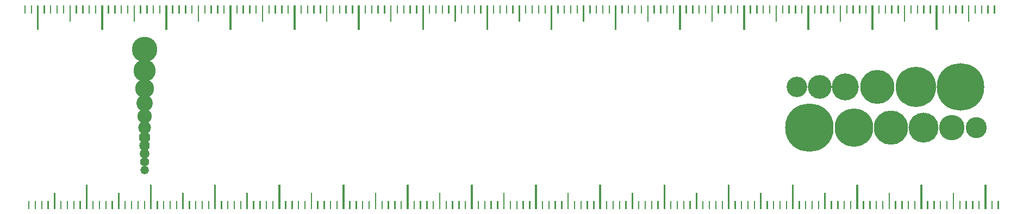
<source format=gbr>
G04 #@! TF.GenerationSoftware,KiCad,Pcbnew,(6.0.0)*
G04 #@! TF.CreationDate,2022-05-01T21:30:31-04:00*
G04 #@! TF.ProjectId,ruler,72756c65-722e-46b6-9963-61645f706362,0.1*
G04 #@! TF.SameCoordinates,Original*
G04 #@! TF.FileFunction,Soldermask,Bot*
G04 #@! TF.FilePolarity,Negative*
%FSLAX46Y46*%
G04 Gerber Fmt 4.6, Leading zero omitted, Abs format (unit mm)*
G04 Created by KiCad (PCBNEW (6.0.0)) date 2022-05-01 21:30:31*
%MOMM*%
%LPD*%
G01*
G04 APERTURE LIST*
%ADD10C,7.400000*%
%ADD11C,5.300000*%
%ADD12C,4.200000*%
%ADD13C,3.200000*%
%ADD14C,3.700000*%
%ADD15C,6.300000*%
%ADD16C,7.543800*%
%ADD17C,5.994400*%
%ADD18C,4.673600*%
%ADD19C,3.276600*%
%ADD20C,3.962400*%
%ADD21C,5.334000*%
%ADD22C,2.946400*%
%ADD23C,1.397000*%
%ADD24C,3.454400*%
%ADD25C,1.625600*%
%ADD26C,1.320800*%
%ADD27C,1.498600*%
%ADD28C,2.235200*%
%ADD29C,1.981200*%
%ADD30C,1.778000*%
%ADD31C,2.540000*%
G04 APERTURE END LIST*
G36*
X86352400Y-107950000D02*
G01*
X86047600Y-107950000D01*
X86047600Y-104140000D01*
X86352400Y-104140000D01*
X86352400Y-107950000D01*
G37*
G36*
X96352400Y-107950000D02*
G01*
X96047600Y-107950000D01*
X96047600Y-104140000D01*
X96352400Y-104140000D01*
X96352400Y-107950000D01*
G37*
G36*
X95301600Y-107950000D02*
G01*
X95098400Y-107950000D01*
X95098400Y-106680000D01*
X95301600Y-106680000D01*
X95301600Y-107950000D01*
G37*
G36*
X94301600Y-107950000D02*
G01*
X94098400Y-107950000D01*
X94098400Y-106680000D01*
X94301600Y-106680000D01*
X94301600Y-107950000D01*
G37*
G36*
X89301600Y-107950000D02*
G01*
X89098400Y-107950000D01*
X89098400Y-106680000D01*
X89301600Y-106680000D01*
X89301600Y-107950000D01*
G37*
G36*
X90301600Y-107950000D02*
G01*
X90098400Y-107950000D01*
X90098400Y-106680000D01*
X90301600Y-106680000D01*
X90301600Y-107950000D01*
G37*
G36*
X87301600Y-107950000D02*
G01*
X87098400Y-107950000D01*
X87098400Y-106680000D01*
X87301600Y-106680000D01*
X87301600Y-107950000D01*
G37*
G36*
X91301600Y-107950000D02*
G01*
X91098400Y-107950000D01*
X91098400Y-105410000D01*
X91301600Y-105410000D01*
X91301600Y-107950000D01*
G37*
G36*
X88301600Y-107950000D02*
G01*
X88098400Y-107950000D01*
X88098400Y-106680000D01*
X88301600Y-106680000D01*
X88301600Y-107950000D01*
G37*
G36*
X92301600Y-107950000D02*
G01*
X92098400Y-107950000D01*
X92098400Y-106680000D01*
X92301600Y-106680000D01*
X92301600Y-107950000D01*
G37*
G36*
X93301600Y-107950000D02*
G01*
X93098400Y-107950000D01*
X93098400Y-106680000D01*
X93301600Y-106680000D01*
X93301600Y-107950000D01*
G37*
G36*
X79301600Y-107950000D02*
G01*
X79098400Y-107950000D01*
X79098400Y-106680000D01*
X79301600Y-106680000D01*
X79301600Y-107950000D01*
G37*
G36*
X85301600Y-107950000D02*
G01*
X85098400Y-107950000D01*
X85098400Y-106680000D01*
X85301600Y-106680000D01*
X85301600Y-107950000D01*
G37*
G36*
X83301600Y-107950000D02*
G01*
X83098400Y-107950000D01*
X83098400Y-106680000D01*
X83301600Y-106680000D01*
X83301600Y-107950000D01*
G37*
G36*
X78301600Y-107950000D02*
G01*
X78098400Y-107950000D01*
X78098400Y-106680000D01*
X78301600Y-106680000D01*
X78301600Y-107950000D01*
G37*
G36*
X81301600Y-107950000D02*
G01*
X81098400Y-107950000D01*
X81098400Y-105410000D01*
X81301600Y-105410000D01*
X81301600Y-107950000D01*
G37*
G36*
X82301600Y-107950000D02*
G01*
X82098400Y-107950000D01*
X82098400Y-106680000D01*
X82301600Y-106680000D01*
X82301600Y-107950000D01*
G37*
G36*
X77301600Y-107950000D02*
G01*
X77098400Y-107950000D01*
X77098400Y-106680000D01*
X77301600Y-106680000D01*
X77301600Y-107950000D01*
G37*
G36*
X80301600Y-107950000D02*
G01*
X80098400Y-107950000D01*
X80098400Y-106680000D01*
X80301600Y-106680000D01*
X80301600Y-107950000D01*
G37*
G36*
X84301600Y-107950000D02*
G01*
X84098400Y-107950000D01*
X84098400Y-106680000D01*
X84301600Y-106680000D01*
X84301600Y-107950000D01*
G37*
G36*
X208752400Y-80010000D02*
G01*
X208447600Y-80010000D01*
X208447600Y-76200000D01*
X208752400Y-76200000D01*
X208752400Y-80010000D01*
G37*
G36*
X210701600Y-77470000D02*
G01*
X210498400Y-77470000D01*
X210498400Y-76200000D01*
X210701600Y-76200000D01*
X210701600Y-77470000D01*
G37*
G36*
X212701600Y-77470000D02*
G01*
X212498400Y-77470000D01*
X212498400Y-76200000D01*
X212701600Y-76200000D01*
X212701600Y-77470000D01*
G37*
G36*
X215701600Y-77470000D02*
G01*
X215498400Y-77470000D01*
X215498400Y-76200000D01*
X215701600Y-76200000D01*
X215701600Y-77470000D01*
G37*
G36*
X216701600Y-77470000D02*
G01*
X216498400Y-77470000D01*
X216498400Y-76200000D01*
X216701600Y-76200000D01*
X216701600Y-77470000D01*
G37*
G36*
X218752400Y-80010000D02*
G01*
X218447600Y-80010000D01*
X218447600Y-76200000D01*
X218752400Y-76200000D01*
X218752400Y-80010000D01*
G37*
G36*
X209701600Y-77470000D02*
G01*
X209498400Y-77470000D01*
X209498400Y-76200000D01*
X209701600Y-76200000D01*
X209701600Y-77470000D01*
G37*
G36*
X214701600Y-77470000D02*
G01*
X214498400Y-77470000D01*
X214498400Y-76200000D01*
X214701600Y-76200000D01*
X214701600Y-77470000D01*
G37*
G36*
X213701600Y-78740000D02*
G01*
X213498400Y-78740000D01*
X213498400Y-76200000D01*
X213701600Y-76200000D01*
X213701600Y-78740000D01*
G37*
G36*
X217701600Y-77470000D02*
G01*
X217498400Y-77470000D01*
X217498400Y-76200000D01*
X217701600Y-76200000D01*
X217701600Y-77470000D01*
G37*
G36*
X211701600Y-77470000D02*
G01*
X211498400Y-77470000D01*
X211498400Y-76200000D01*
X211701600Y-76200000D01*
X211701600Y-77470000D01*
G37*
G36*
X227701600Y-77470000D02*
G01*
X227498400Y-77470000D01*
X227498400Y-76200000D01*
X227701600Y-76200000D01*
X227701600Y-77470000D01*
G37*
G36*
X224701600Y-77470000D02*
G01*
X224498400Y-77470000D01*
X224498400Y-76200000D01*
X224701600Y-76200000D01*
X224701600Y-77470000D01*
G37*
G36*
X226701600Y-77470000D02*
G01*
X226498400Y-77470000D01*
X226498400Y-76200000D01*
X226701600Y-76200000D01*
X226701600Y-77470000D01*
G37*
G36*
X220701600Y-77470000D02*
G01*
X220498400Y-77470000D01*
X220498400Y-76200000D01*
X220701600Y-76200000D01*
X220701600Y-77470000D01*
G37*
G36*
X219701600Y-77470000D02*
G01*
X219498400Y-77470000D01*
X219498400Y-76200000D01*
X219701600Y-76200000D01*
X219701600Y-77470000D01*
G37*
G36*
X221701600Y-77470000D02*
G01*
X221498400Y-77470000D01*
X221498400Y-76200000D01*
X221701600Y-76200000D01*
X221701600Y-77470000D01*
G37*
G36*
X223701600Y-78740000D02*
G01*
X223498400Y-78740000D01*
X223498400Y-76200000D01*
X223701600Y-76200000D01*
X223701600Y-78740000D01*
G37*
G36*
X225701600Y-77470000D02*
G01*
X225498400Y-77470000D01*
X225498400Y-76200000D01*
X225701600Y-76200000D01*
X225701600Y-77470000D01*
G37*
G36*
X222701600Y-77470000D02*
G01*
X222498400Y-77470000D01*
X222498400Y-76200000D01*
X222701600Y-76200000D01*
X222701600Y-77470000D01*
G37*
G36*
X79701600Y-77470000D02*
G01*
X79498400Y-77470000D01*
X79498400Y-76200000D01*
X79701600Y-76200000D01*
X79701600Y-77470000D01*
G37*
G36*
X80701600Y-77470000D02*
G01*
X80498400Y-77470000D01*
X80498400Y-76200000D01*
X80701600Y-76200000D01*
X80701600Y-77470000D01*
G37*
G36*
X83701600Y-78740000D02*
G01*
X83498400Y-78740000D01*
X83498400Y-76200000D01*
X83701600Y-76200000D01*
X83701600Y-78740000D01*
G37*
G36*
X81701600Y-77470000D02*
G01*
X81498400Y-77470000D01*
X81498400Y-76200000D01*
X81701600Y-76200000D01*
X81701600Y-77470000D01*
G37*
G36*
X88752400Y-80010000D02*
G01*
X88447600Y-80010000D01*
X88447600Y-76200000D01*
X88752400Y-76200000D01*
X88752400Y-80010000D01*
G37*
G36*
X84701600Y-77470000D02*
G01*
X84498400Y-77470000D01*
X84498400Y-76200000D01*
X84701600Y-76200000D01*
X84701600Y-77470000D01*
G37*
G36*
X82701600Y-77470000D02*
G01*
X82498400Y-77470000D01*
X82498400Y-76200000D01*
X82701600Y-76200000D01*
X82701600Y-77470000D01*
G37*
G36*
X85701600Y-77470000D02*
G01*
X85498400Y-77470000D01*
X85498400Y-76200000D01*
X85701600Y-76200000D01*
X85701600Y-77470000D01*
G37*
G36*
X78752400Y-80010000D02*
G01*
X78447600Y-80010000D01*
X78447600Y-76200000D01*
X78752400Y-76200000D01*
X78752400Y-80010000D01*
G37*
G36*
X86701600Y-77470000D02*
G01*
X86498400Y-77470000D01*
X86498400Y-76200000D01*
X86701600Y-76200000D01*
X86701600Y-77470000D01*
G37*
G36*
X87701600Y-77470000D02*
G01*
X87498400Y-77470000D01*
X87498400Y-76200000D01*
X87701600Y-76200000D01*
X87701600Y-77470000D01*
G37*
G36*
X226352400Y-107950000D02*
G01*
X226047600Y-107950000D01*
X226047600Y-104140000D01*
X226352400Y-104140000D01*
X226352400Y-107950000D01*
G37*
G36*
X219301600Y-107950000D02*
G01*
X219098400Y-107950000D01*
X219098400Y-106680000D01*
X219301600Y-106680000D01*
X219301600Y-107950000D01*
G37*
G36*
X220301600Y-107950000D02*
G01*
X220098400Y-107950000D01*
X220098400Y-106680000D01*
X220301600Y-106680000D01*
X220301600Y-107950000D01*
G37*
G36*
X223301600Y-107950000D02*
G01*
X223098400Y-107950000D01*
X223098400Y-106680000D01*
X223301600Y-106680000D01*
X223301600Y-107950000D01*
G37*
G36*
X218301600Y-107950000D02*
G01*
X218098400Y-107950000D01*
X218098400Y-106680000D01*
X218301600Y-106680000D01*
X218301600Y-107950000D01*
G37*
G36*
X221301600Y-107950000D02*
G01*
X221098400Y-107950000D01*
X221098400Y-105410000D01*
X221301600Y-105410000D01*
X221301600Y-107950000D01*
G37*
G36*
X224301600Y-107950000D02*
G01*
X224098400Y-107950000D01*
X224098400Y-106680000D01*
X224301600Y-106680000D01*
X224301600Y-107950000D01*
G37*
G36*
X222301600Y-107950000D02*
G01*
X222098400Y-107950000D01*
X222098400Y-106680000D01*
X222301600Y-106680000D01*
X222301600Y-107950000D01*
G37*
G36*
X217301600Y-107950000D02*
G01*
X217098400Y-107950000D01*
X217098400Y-106680000D01*
X217301600Y-106680000D01*
X217301600Y-107950000D01*
G37*
G36*
X225301600Y-107950000D02*
G01*
X225098400Y-107950000D01*
X225098400Y-106680000D01*
X225301600Y-106680000D01*
X225301600Y-107950000D01*
G37*
G36*
X216352400Y-107950000D02*
G01*
X216047600Y-107950000D01*
X216047600Y-104140000D01*
X216352400Y-104140000D01*
X216352400Y-107950000D01*
G37*
G36*
X227301600Y-107950000D02*
G01*
X227098400Y-107950000D01*
X227098400Y-106680000D01*
X227301600Y-106680000D01*
X227301600Y-107950000D01*
G37*
G36*
X228301600Y-107950000D02*
G01*
X228098400Y-107950000D01*
X228098400Y-106680000D01*
X228301600Y-106680000D01*
X228301600Y-107950000D01*
G37*
G36*
X76701600Y-77470000D02*
G01*
X76498400Y-77470000D01*
X76498400Y-76200000D01*
X76701600Y-76200000D01*
X76701600Y-77470000D01*
G37*
G36*
X77701600Y-77470000D02*
G01*
X77498400Y-77470000D01*
X77498400Y-76200000D01*
X77701600Y-76200000D01*
X77701600Y-77470000D01*
G37*
G36*
X195701600Y-77470000D02*
G01*
X195498400Y-77470000D01*
X195498400Y-76200000D01*
X195701600Y-76200000D01*
X195701600Y-77470000D01*
G37*
G36*
X198752400Y-80010000D02*
G01*
X198447600Y-80010000D01*
X198447600Y-76200000D01*
X198752400Y-76200000D01*
X198752400Y-80010000D01*
G37*
G36*
X196701600Y-77470000D02*
G01*
X196498400Y-77470000D01*
X196498400Y-76200000D01*
X196701600Y-76200000D01*
X196701600Y-77470000D01*
G37*
G36*
X194701600Y-77470000D02*
G01*
X194498400Y-77470000D01*
X194498400Y-76200000D01*
X194701600Y-76200000D01*
X194701600Y-77470000D01*
G37*
G36*
X190701600Y-77470000D02*
G01*
X190498400Y-77470000D01*
X190498400Y-76200000D01*
X190701600Y-76200000D01*
X190701600Y-77470000D01*
G37*
G36*
X197701600Y-77470000D02*
G01*
X197498400Y-77470000D01*
X197498400Y-76200000D01*
X197701600Y-76200000D01*
X197701600Y-77470000D01*
G37*
G36*
X192701600Y-77470000D02*
G01*
X192498400Y-77470000D01*
X192498400Y-76200000D01*
X192701600Y-76200000D01*
X192701600Y-77470000D01*
G37*
G36*
X188752400Y-80010000D02*
G01*
X188447600Y-80010000D01*
X188447600Y-76200000D01*
X188752400Y-76200000D01*
X188752400Y-80010000D01*
G37*
G36*
X193701600Y-78740000D02*
G01*
X193498400Y-78740000D01*
X193498400Y-76200000D01*
X193701600Y-76200000D01*
X193701600Y-78740000D01*
G37*
G36*
X191701600Y-77470000D02*
G01*
X191498400Y-77470000D01*
X191498400Y-76200000D01*
X191701600Y-76200000D01*
X191701600Y-77470000D01*
G37*
G36*
X189701600Y-77470000D02*
G01*
X189498400Y-77470000D01*
X189498400Y-76200000D01*
X189701600Y-76200000D01*
X189701600Y-77470000D01*
G37*
G36*
X167701600Y-77470000D02*
G01*
X167498400Y-77470000D01*
X167498400Y-76200000D01*
X167701600Y-76200000D01*
X167701600Y-77470000D01*
G37*
G36*
X162701600Y-77470000D02*
G01*
X162498400Y-77470000D01*
X162498400Y-76200000D01*
X162701600Y-76200000D01*
X162701600Y-77470000D01*
G37*
G36*
X165701600Y-77470000D02*
G01*
X165498400Y-77470000D01*
X165498400Y-76200000D01*
X165701600Y-76200000D01*
X165701600Y-77470000D01*
G37*
G36*
X158752400Y-80010000D02*
G01*
X158447600Y-80010000D01*
X158447600Y-76200000D01*
X158752400Y-76200000D01*
X158752400Y-80010000D01*
G37*
G36*
X161701600Y-77470000D02*
G01*
X161498400Y-77470000D01*
X161498400Y-76200000D01*
X161701600Y-76200000D01*
X161701600Y-77470000D01*
G37*
G36*
X168752400Y-80010000D02*
G01*
X168447600Y-80010000D01*
X168447600Y-76200000D01*
X168752400Y-76200000D01*
X168752400Y-80010000D01*
G37*
G36*
X160701600Y-77470000D02*
G01*
X160498400Y-77470000D01*
X160498400Y-76200000D01*
X160701600Y-76200000D01*
X160701600Y-77470000D01*
G37*
G36*
X159701600Y-77470000D02*
G01*
X159498400Y-77470000D01*
X159498400Y-76200000D01*
X159701600Y-76200000D01*
X159701600Y-77470000D01*
G37*
G36*
X164701600Y-77470000D02*
G01*
X164498400Y-77470000D01*
X164498400Y-76200000D01*
X164701600Y-76200000D01*
X164701600Y-77470000D01*
G37*
G36*
X166701600Y-77470000D02*
G01*
X166498400Y-77470000D01*
X166498400Y-76200000D01*
X166701600Y-76200000D01*
X166701600Y-77470000D01*
G37*
G36*
X163701600Y-78740000D02*
G01*
X163498400Y-78740000D01*
X163498400Y-76200000D01*
X163701600Y-76200000D01*
X163701600Y-78740000D01*
G37*
G36*
X129701600Y-77470000D02*
G01*
X129498400Y-77470000D01*
X129498400Y-76200000D01*
X129701600Y-76200000D01*
X129701600Y-77470000D01*
G37*
G36*
X133701600Y-78740000D02*
G01*
X133498400Y-78740000D01*
X133498400Y-76200000D01*
X133701600Y-76200000D01*
X133701600Y-78740000D01*
G37*
G36*
X136701600Y-77470000D02*
G01*
X136498400Y-77470000D01*
X136498400Y-76200000D01*
X136701600Y-76200000D01*
X136701600Y-77470000D01*
G37*
G36*
X131701600Y-77470000D02*
G01*
X131498400Y-77470000D01*
X131498400Y-76200000D01*
X131701600Y-76200000D01*
X131701600Y-77470000D01*
G37*
G36*
X128752400Y-80010000D02*
G01*
X128447600Y-80010000D01*
X128447600Y-76200000D01*
X128752400Y-76200000D01*
X128752400Y-80010000D01*
G37*
G36*
X135701600Y-77470000D02*
G01*
X135498400Y-77470000D01*
X135498400Y-76200000D01*
X135701600Y-76200000D01*
X135701600Y-77470000D01*
G37*
G36*
X132701600Y-77470000D02*
G01*
X132498400Y-77470000D01*
X132498400Y-76200000D01*
X132701600Y-76200000D01*
X132701600Y-77470000D01*
G37*
G36*
X134701600Y-77470000D02*
G01*
X134498400Y-77470000D01*
X134498400Y-76200000D01*
X134701600Y-76200000D01*
X134701600Y-77470000D01*
G37*
G36*
X130701600Y-77470000D02*
G01*
X130498400Y-77470000D01*
X130498400Y-76200000D01*
X130701600Y-76200000D01*
X130701600Y-77470000D01*
G37*
G36*
X138752400Y-80010000D02*
G01*
X138447600Y-80010000D01*
X138447600Y-76200000D01*
X138752400Y-76200000D01*
X138752400Y-80010000D01*
G37*
G36*
X137701600Y-77470000D02*
G01*
X137498400Y-77470000D01*
X137498400Y-76200000D01*
X137701600Y-76200000D01*
X137701600Y-77470000D01*
G37*
G36*
X154701600Y-77470000D02*
G01*
X154498400Y-77470000D01*
X154498400Y-76200000D01*
X154701600Y-76200000D01*
X154701600Y-77470000D01*
G37*
G36*
X150701600Y-77470000D02*
G01*
X150498400Y-77470000D01*
X150498400Y-76200000D01*
X150701600Y-76200000D01*
X150701600Y-77470000D01*
G37*
G36*
X157701600Y-77470000D02*
G01*
X157498400Y-77470000D01*
X157498400Y-76200000D01*
X157701600Y-76200000D01*
X157701600Y-77470000D01*
G37*
G36*
X152701600Y-77470000D02*
G01*
X152498400Y-77470000D01*
X152498400Y-76200000D01*
X152701600Y-76200000D01*
X152701600Y-77470000D01*
G37*
G36*
X155701600Y-77470000D02*
G01*
X155498400Y-77470000D01*
X155498400Y-76200000D01*
X155701600Y-76200000D01*
X155701600Y-77470000D01*
G37*
G36*
X156701600Y-77470000D02*
G01*
X156498400Y-77470000D01*
X156498400Y-76200000D01*
X156701600Y-76200000D01*
X156701600Y-77470000D01*
G37*
G36*
X149701600Y-77470000D02*
G01*
X149498400Y-77470000D01*
X149498400Y-76200000D01*
X149701600Y-76200000D01*
X149701600Y-77470000D01*
G37*
G36*
X158752400Y-80010000D02*
G01*
X158447600Y-80010000D01*
X158447600Y-76200000D01*
X158752400Y-76200000D01*
X158752400Y-80010000D01*
G37*
G36*
X148752400Y-80010000D02*
G01*
X148447600Y-80010000D01*
X148447600Y-76200000D01*
X148752400Y-76200000D01*
X148752400Y-80010000D01*
G37*
G36*
X153701600Y-78740000D02*
G01*
X153498400Y-78740000D01*
X153498400Y-76200000D01*
X153701600Y-76200000D01*
X153701600Y-78740000D01*
G37*
G36*
X151701600Y-77470000D02*
G01*
X151498400Y-77470000D01*
X151498400Y-76200000D01*
X151701600Y-76200000D01*
X151701600Y-77470000D01*
G37*
G36*
X182301600Y-107950000D02*
G01*
X182098400Y-107950000D01*
X182098400Y-106680000D01*
X182301600Y-106680000D01*
X182301600Y-107950000D01*
G37*
G36*
X185301600Y-107950000D02*
G01*
X185098400Y-107950000D01*
X185098400Y-106680000D01*
X185301600Y-106680000D01*
X185301600Y-107950000D01*
G37*
G36*
X183301600Y-107950000D02*
G01*
X183098400Y-107950000D01*
X183098400Y-106680000D01*
X183301600Y-106680000D01*
X183301600Y-107950000D01*
G37*
G36*
X186352400Y-107950000D02*
G01*
X186047600Y-107950000D01*
X186047600Y-104140000D01*
X186352400Y-104140000D01*
X186352400Y-107950000D01*
G37*
G36*
X177301600Y-107950000D02*
G01*
X177098400Y-107950000D01*
X177098400Y-106680000D01*
X177301600Y-106680000D01*
X177301600Y-107950000D01*
G37*
G36*
X179301600Y-107950000D02*
G01*
X179098400Y-107950000D01*
X179098400Y-106680000D01*
X179301600Y-106680000D01*
X179301600Y-107950000D01*
G37*
G36*
X181301600Y-107950000D02*
G01*
X181098400Y-107950000D01*
X181098400Y-105410000D01*
X181301600Y-105410000D01*
X181301600Y-107950000D01*
G37*
G36*
X178301600Y-107950000D02*
G01*
X178098400Y-107950000D01*
X178098400Y-106680000D01*
X178301600Y-106680000D01*
X178301600Y-107950000D01*
G37*
G36*
X184301600Y-107950000D02*
G01*
X184098400Y-107950000D01*
X184098400Y-106680000D01*
X184301600Y-106680000D01*
X184301600Y-107950000D01*
G37*
G36*
X176352400Y-107950000D02*
G01*
X176047600Y-107950000D01*
X176047600Y-104140000D01*
X176352400Y-104140000D01*
X176352400Y-107950000D01*
G37*
G36*
X180301600Y-107950000D02*
G01*
X180098400Y-107950000D01*
X180098400Y-106680000D01*
X180301600Y-106680000D01*
X180301600Y-107950000D01*
G37*
G36*
X99701600Y-77470000D02*
G01*
X99498400Y-77470000D01*
X99498400Y-76200000D01*
X99701600Y-76200000D01*
X99701600Y-77470000D01*
G37*
G36*
X107701600Y-77470000D02*
G01*
X107498400Y-77470000D01*
X107498400Y-76200000D01*
X107701600Y-76200000D01*
X107701600Y-77470000D01*
G37*
G36*
X103701600Y-78740000D02*
G01*
X103498400Y-78740000D01*
X103498400Y-76200000D01*
X103701600Y-76200000D01*
X103701600Y-78740000D01*
G37*
G36*
X106701600Y-77470000D02*
G01*
X106498400Y-77470000D01*
X106498400Y-76200000D01*
X106701600Y-76200000D01*
X106701600Y-77470000D01*
G37*
G36*
X108752400Y-80010000D02*
G01*
X108447600Y-80010000D01*
X108447600Y-76200000D01*
X108752400Y-76200000D01*
X108752400Y-80010000D01*
G37*
G36*
X104701600Y-77470000D02*
G01*
X104498400Y-77470000D01*
X104498400Y-76200000D01*
X104701600Y-76200000D01*
X104701600Y-77470000D01*
G37*
G36*
X100701600Y-77470000D02*
G01*
X100498400Y-77470000D01*
X100498400Y-76200000D01*
X100701600Y-76200000D01*
X100701600Y-77470000D01*
G37*
G36*
X98752400Y-80010000D02*
G01*
X98447600Y-80010000D01*
X98447600Y-76200000D01*
X98752400Y-76200000D01*
X98752400Y-80010000D01*
G37*
G36*
X101701600Y-77470000D02*
G01*
X101498400Y-77470000D01*
X101498400Y-76200000D01*
X101701600Y-76200000D01*
X101701600Y-77470000D01*
G37*
G36*
X102701600Y-77470000D02*
G01*
X102498400Y-77470000D01*
X102498400Y-76200000D01*
X102701600Y-76200000D01*
X102701600Y-77470000D01*
G37*
G36*
X105701600Y-77470000D02*
G01*
X105498400Y-77470000D01*
X105498400Y-76200000D01*
X105701600Y-76200000D01*
X105701600Y-77470000D01*
G37*
G36*
X208752400Y-80010000D02*
G01*
X208447600Y-80010000D01*
X208447600Y-76200000D01*
X208752400Y-76200000D01*
X208752400Y-80010000D01*
G37*
G36*
X205701600Y-77470000D02*
G01*
X205498400Y-77470000D01*
X205498400Y-76200000D01*
X205701600Y-76200000D01*
X205701600Y-77470000D01*
G37*
G36*
X204701600Y-77470000D02*
G01*
X204498400Y-77470000D01*
X204498400Y-76200000D01*
X204701600Y-76200000D01*
X204701600Y-77470000D01*
G37*
G36*
X198752400Y-80010000D02*
G01*
X198447600Y-80010000D01*
X198447600Y-76200000D01*
X198752400Y-76200000D01*
X198752400Y-80010000D01*
G37*
G36*
X203701600Y-78740000D02*
G01*
X203498400Y-78740000D01*
X203498400Y-76200000D01*
X203701600Y-76200000D01*
X203701600Y-78740000D01*
G37*
G36*
X207701600Y-77470000D02*
G01*
X207498400Y-77470000D01*
X207498400Y-76200000D01*
X207701600Y-76200000D01*
X207701600Y-77470000D01*
G37*
G36*
X201701600Y-77470000D02*
G01*
X201498400Y-77470000D01*
X201498400Y-76200000D01*
X201701600Y-76200000D01*
X201701600Y-77470000D01*
G37*
G36*
X199701600Y-77470000D02*
G01*
X199498400Y-77470000D01*
X199498400Y-76200000D01*
X199701600Y-76200000D01*
X199701600Y-77470000D01*
G37*
G36*
X202701600Y-77470000D02*
G01*
X202498400Y-77470000D01*
X202498400Y-76200000D01*
X202701600Y-76200000D01*
X202701600Y-77470000D01*
G37*
G36*
X200701600Y-77470000D02*
G01*
X200498400Y-77470000D01*
X200498400Y-76200000D01*
X200701600Y-76200000D01*
X200701600Y-77470000D01*
G37*
G36*
X206701600Y-77470000D02*
G01*
X206498400Y-77470000D01*
X206498400Y-76200000D01*
X206701600Y-76200000D01*
X206701600Y-77470000D01*
G37*
G36*
X95701600Y-77470000D02*
G01*
X95498400Y-77470000D01*
X95498400Y-76200000D01*
X95701600Y-76200000D01*
X95701600Y-77470000D01*
G37*
G36*
X88752400Y-80010000D02*
G01*
X88447600Y-80010000D01*
X88447600Y-76200000D01*
X88752400Y-76200000D01*
X88752400Y-80010000D01*
G37*
G36*
X90701600Y-77470000D02*
G01*
X90498400Y-77470000D01*
X90498400Y-76200000D01*
X90701600Y-76200000D01*
X90701600Y-77470000D01*
G37*
G36*
X94701600Y-77470000D02*
G01*
X94498400Y-77470000D01*
X94498400Y-76200000D01*
X94701600Y-76200000D01*
X94701600Y-77470000D01*
G37*
G36*
X93701600Y-78740000D02*
G01*
X93498400Y-78740000D01*
X93498400Y-76200000D01*
X93701600Y-76200000D01*
X93701600Y-78740000D01*
G37*
G36*
X89701600Y-77470000D02*
G01*
X89498400Y-77470000D01*
X89498400Y-76200000D01*
X89701600Y-76200000D01*
X89701600Y-77470000D01*
G37*
G36*
X96701600Y-77470000D02*
G01*
X96498400Y-77470000D01*
X96498400Y-76200000D01*
X96701600Y-76200000D01*
X96701600Y-77470000D01*
G37*
G36*
X97701600Y-77470000D02*
G01*
X97498400Y-77470000D01*
X97498400Y-76200000D01*
X97701600Y-76200000D01*
X97701600Y-77470000D01*
G37*
G36*
X92701600Y-77470000D02*
G01*
X92498400Y-77470000D01*
X92498400Y-76200000D01*
X92701600Y-76200000D01*
X92701600Y-77470000D01*
G37*
G36*
X91701600Y-77470000D02*
G01*
X91498400Y-77470000D01*
X91498400Y-76200000D01*
X91701600Y-76200000D01*
X91701600Y-77470000D01*
G37*
G36*
X98752400Y-80010000D02*
G01*
X98447600Y-80010000D01*
X98447600Y-76200000D01*
X98752400Y-76200000D01*
X98752400Y-80010000D01*
G37*
G36*
X149301600Y-107950000D02*
G01*
X149098400Y-107950000D01*
X149098400Y-106680000D01*
X149301600Y-106680000D01*
X149301600Y-107950000D01*
G37*
G36*
X155301600Y-107950000D02*
G01*
X155098400Y-107950000D01*
X155098400Y-106680000D01*
X155301600Y-106680000D01*
X155301600Y-107950000D01*
G37*
G36*
X154301600Y-107950000D02*
G01*
X154098400Y-107950000D01*
X154098400Y-106680000D01*
X154301600Y-106680000D01*
X154301600Y-107950000D01*
G37*
G36*
X156352400Y-107950000D02*
G01*
X156047600Y-107950000D01*
X156047600Y-104140000D01*
X156352400Y-104140000D01*
X156352400Y-107950000D01*
G37*
G36*
X153301600Y-107950000D02*
G01*
X153098400Y-107950000D01*
X153098400Y-106680000D01*
X153301600Y-106680000D01*
X153301600Y-107950000D01*
G37*
G36*
X150301600Y-107950000D02*
G01*
X150098400Y-107950000D01*
X150098400Y-106680000D01*
X150301600Y-106680000D01*
X150301600Y-107950000D01*
G37*
G36*
X147301600Y-107950000D02*
G01*
X147098400Y-107950000D01*
X147098400Y-106680000D01*
X147301600Y-106680000D01*
X147301600Y-107950000D01*
G37*
G36*
X152301600Y-107950000D02*
G01*
X152098400Y-107950000D01*
X152098400Y-106680000D01*
X152301600Y-106680000D01*
X152301600Y-107950000D01*
G37*
G36*
X148301600Y-107950000D02*
G01*
X148098400Y-107950000D01*
X148098400Y-106680000D01*
X148301600Y-106680000D01*
X148301600Y-107950000D01*
G37*
G36*
X146352400Y-107950000D02*
G01*
X146047600Y-107950000D01*
X146047600Y-104140000D01*
X146352400Y-104140000D01*
X146352400Y-107950000D01*
G37*
G36*
X151301600Y-107950000D02*
G01*
X151098400Y-107950000D01*
X151098400Y-105410000D01*
X151301600Y-105410000D01*
X151301600Y-107950000D01*
G37*
G36*
X183701600Y-78740000D02*
G01*
X183498400Y-78740000D01*
X183498400Y-76200000D01*
X183701600Y-76200000D01*
X183701600Y-78740000D01*
G37*
G36*
X179701600Y-77470000D02*
G01*
X179498400Y-77470000D01*
X179498400Y-76200000D01*
X179701600Y-76200000D01*
X179701600Y-77470000D01*
G37*
G36*
X178752400Y-80010000D02*
G01*
X178447600Y-80010000D01*
X178447600Y-76200000D01*
X178752400Y-76200000D01*
X178752400Y-80010000D01*
G37*
G36*
X187701600Y-77470000D02*
G01*
X187498400Y-77470000D01*
X187498400Y-76200000D01*
X187701600Y-76200000D01*
X187701600Y-77470000D01*
G37*
G36*
X181701600Y-77470000D02*
G01*
X181498400Y-77470000D01*
X181498400Y-76200000D01*
X181701600Y-76200000D01*
X181701600Y-77470000D01*
G37*
G36*
X185701600Y-77470000D02*
G01*
X185498400Y-77470000D01*
X185498400Y-76200000D01*
X185701600Y-76200000D01*
X185701600Y-77470000D01*
G37*
G36*
X186701600Y-77470000D02*
G01*
X186498400Y-77470000D01*
X186498400Y-76200000D01*
X186701600Y-76200000D01*
X186701600Y-77470000D01*
G37*
G36*
X188752400Y-80010000D02*
G01*
X188447600Y-80010000D01*
X188447600Y-76200000D01*
X188752400Y-76200000D01*
X188752400Y-80010000D01*
G37*
G36*
X180701600Y-77470000D02*
G01*
X180498400Y-77470000D01*
X180498400Y-76200000D01*
X180701600Y-76200000D01*
X180701600Y-77470000D01*
G37*
G36*
X182701600Y-77470000D02*
G01*
X182498400Y-77470000D01*
X182498400Y-76200000D01*
X182701600Y-76200000D01*
X182701600Y-77470000D01*
G37*
G36*
X184701600Y-77470000D02*
G01*
X184498400Y-77470000D01*
X184498400Y-76200000D01*
X184701600Y-76200000D01*
X184701600Y-77470000D01*
G37*
G36*
X136352400Y-107950000D02*
G01*
X136047600Y-107950000D01*
X136047600Y-104140000D01*
X136352400Y-104140000D01*
X136352400Y-107950000D01*
G37*
G36*
X144301600Y-107950000D02*
G01*
X144098400Y-107950000D01*
X144098400Y-106680000D01*
X144301600Y-106680000D01*
X144301600Y-107950000D01*
G37*
G36*
X145301600Y-107950000D02*
G01*
X145098400Y-107950000D01*
X145098400Y-106680000D01*
X145301600Y-106680000D01*
X145301600Y-107950000D01*
G37*
G36*
X141301600Y-107950000D02*
G01*
X141098400Y-107950000D01*
X141098400Y-105410000D01*
X141301600Y-105410000D01*
X141301600Y-107950000D01*
G37*
G36*
X139301600Y-107950000D02*
G01*
X139098400Y-107950000D01*
X139098400Y-106680000D01*
X139301600Y-106680000D01*
X139301600Y-107950000D01*
G37*
G36*
X138301600Y-107950000D02*
G01*
X138098400Y-107950000D01*
X138098400Y-106680000D01*
X138301600Y-106680000D01*
X138301600Y-107950000D01*
G37*
G36*
X142301600Y-107950000D02*
G01*
X142098400Y-107950000D01*
X142098400Y-106680000D01*
X142301600Y-106680000D01*
X142301600Y-107950000D01*
G37*
G36*
X140301600Y-107950000D02*
G01*
X140098400Y-107950000D01*
X140098400Y-106680000D01*
X140301600Y-106680000D01*
X140301600Y-107950000D01*
G37*
G36*
X137301600Y-107950000D02*
G01*
X137098400Y-107950000D01*
X137098400Y-106680000D01*
X137301600Y-106680000D01*
X137301600Y-107950000D01*
G37*
G36*
X146352400Y-107950000D02*
G01*
X146047600Y-107950000D01*
X146047600Y-104140000D01*
X146352400Y-104140000D01*
X146352400Y-107950000D01*
G37*
G36*
X143301600Y-107950000D02*
G01*
X143098400Y-107950000D01*
X143098400Y-106680000D01*
X143301600Y-106680000D01*
X143301600Y-107950000D01*
G37*
G36*
X201301600Y-107950000D02*
G01*
X201098400Y-107950000D01*
X201098400Y-105410000D01*
X201301600Y-105410000D01*
X201301600Y-107950000D01*
G37*
G36*
X196352400Y-107950000D02*
G01*
X196047600Y-107950000D01*
X196047600Y-104140000D01*
X196352400Y-104140000D01*
X196352400Y-107950000D01*
G37*
G36*
X202301600Y-107950000D02*
G01*
X202098400Y-107950000D01*
X202098400Y-106680000D01*
X202301600Y-106680000D01*
X202301600Y-107950000D01*
G37*
G36*
X203301600Y-107950000D02*
G01*
X203098400Y-107950000D01*
X203098400Y-106680000D01*
X203301600Y-106680000D01*
X203301600Y-107950000D01*
G37*
G36*
X198301600Y-107950000D02*
G01*
X198098400Y-107950000D01*
X198098400Y-106680000D01*
X198301600Y-106680000D01*
X198301600Y-107950000D01*
G37*
G36*
X204301600Y-107950000D02*
G01*
X204098400Y-107950000D01*
X204098400Y-106680000D01*
X204301600Y-106680000D01*
X204301600Y-107950000D01*
G37*
G36*
X206352400Y-107950000D02*
G01*
X206047600Y-107950000D01*
X206047600Y-104140000D01*
X206352400Y-104140000D01*
X206352400Y-107950000D01*
G37*
G36*
X199301600Y-107950000D02*
G01*
X199098400Y-107950000D01*
X199098400Y-106680000D01*
X199301600Y-106680000D01*
X199301600Y-107950000D01*
G37*
G36*
X197301600Y-107950000D02*
G01*
X197098400Y-107950000D01*
X197098400Y-106680000D01*
X197301600Y-106680000D01*
X197301600Y-107950000D01*
G37*
G36*
X205301600Y-107950000D02*
G01*
X205098400Y-107950000D01*
X205098400Y-106680000D01*
X205301600Y-106680000D01*
X205301600Y-107950000D01*
G37*
G36*
X200301600Y-107950000D02*
G01*
X200098400Y-107950000D01*
X200098400Y-106680000D01*
X200301600Y-106680000D01*
X200301600Y-107950000D01*
G37*
G36*
X96352400Y-107950000D02*
G01*
X96047600Y-107950000D01*
X96047600Y-104140000D01*
X96352400Y-104140000D01*
X96352400Y-107950000D01*
G37*
G36*
X100301600Y-107950000D02*
G01*
X100098400Y-107950000D01*
X100098400Y-106680000D01*
X100301600Y-106680000D01*
X100301600Y-107950000D01*
G37*
G36*
X102301600Y-107950000D02*
G01*
X102098400Y-107950000D01*
X102098400Y-106680000D01*
X102301600Y-106680000D01*
X102301600Y-107950000D01*
G37*
G36*
X104301600Y-107950000D02*
G01*
X104098400Y-107950000D01*
X104098400Y-106680000D01*
X104301600Y-106680000D01*
X104301600Y-107950000D01*
G37*
G36*
X99301600Y-107950000D02*
G01*
X99098400Y-107950000D01*
X99098400Y-106680000D01*
X99301600Y-106680000D01*
X99301600Y-107950000D01*
G37*
G36*
X98301600Y-107950000D02*
G01*
X98098400Y-107950000D01*
X98098400Y-106680000D01*
X98301600Y-106680000D01*
X98301600Y-107950000D01*
G37*
G36*
X105301600Y-107950000D02*
G01*
X105098400Y-107950000D01*
X105098400Y-106680000D01*
X105301600Y-106680000D01*
X105301600Y-107950000D01*
G37*
G36*
X101301600Y-107950000D02*
G01*
X101098400Y-107950000D01*
X101098400Y-105410000D01*
X101301600Y-105410000D01*
X101301600Y-107950000D01*
G37*
G36*
X106352400Y-107950000D02*
G01*
X106047600Y-107950000D01*
X106047600Y-104140000D01*
X106352400Y-104140000D01*
X106352400Y-107950000D01*
G37*
G36*
X103301600Y-107950000D02*
G01*
X103098400Y-107950000D01*
X103098400Y-106680000D01*
X103301600Y-106680000D01*
X103301600Y-107950000D01*
G37*
G36*
X97301600Y-107950000D02*
G01*
X97098400Y-107950000D01*
X97098400Y-106680000D01*
X97301600Y-106680000D01*
X97301600Y-107950000D01*
G37*
G36*
X135301600Y-107950000D02*
G01*
X135098400Y-107950000D01*
X135098400Y-106680000D01*
X135301600Y-106680000D01*
X135301600Y-107950000D01*
G37*
G36*
X134301600Y-107950000D02*
G01*
X134098400Y-107950000D01*
X134098400Y-106680000D01*
X134301600Y-106680000D01*
X134301600Y-107950000D01*
G37*
G36*
X132301600Y-107950000D02*
G01*
X132098400Y-107950000D01*
X132098400Y-106680000D01*
X132301600Y-106680000D01*
X132301600Y-107950000D01*
G37*
G36*
X126352400Y-107950000D02*
G01*
X126047600Y-107950000D01*
X126047600Y-104140000D01*
X126352400Y-104140000D01*
X126352400Y-107950000D01*
G37*
G36*
X128301600Y-107950000D02*
G01*
X128098400Y-107950000D01*
X128098400Y-106680000D01*
X128301600Y-106680000D01*
X128301600Y-107950000D01*
G37*
G36*
X127301600Y-107950000D02*
G01*
X127098400Y-107950000D01*
X127098400Y-106680000D01*
X127301600Y-106680000D01*
X127301600Y-107950000D01*
G37*
G36*
X136352400Y-107950000D02*
G01*
X136047600Y-107950000D01*
X136047600Y-104140000D01*
X136352400Y-104140000D01*
X136352400Y-107950000D01*
G37*
G36*
X129301600Y-107950000D02*
G01*
X129098400Y-107950000D01*
X129098400Y-106680000D01*
X129301600Y-106680000D01*
X129301600Y-107950000D01*
G37*
G36*
X130301600Y-107950000D02*
G01*
X130098400Y-107950000D01*
X130098400Y-106680000D01*
X130301600Y-106680000D01*
X130301600Y-107950000D01*
G37*
G36*
X131301600Y-107950000D02*
G01*
X131098400Y-107950000D01*
X131098400Y-105410000D01*
X131301600Y-105410000D01*
X131301600Y-107950000D01*
G37*
G36*
X133301600Y-107950000D02*
G01*
X133098400Y-107950000D01*
X133098400Y-106680000D01*
X133301600Y-106680000D01*
X133301600Y-107950000D01*
G37*
G36*
X166352400Y-107950000D02*
G01*
X166047600Y-107950000D01*
X166047600Y-104140000D01*
X166352400Y-104140000D01*
X166352400Y-107950000D01*
G37*
G36*
X168301600Y-107950000D02*
G01*
X168098400Y-107950000D01*
X168098400Y-106680000D01*
X168301600Y-106680000D01*
X168301600Y-107950000D01*
G37*
G36*
X167301600Y-107950000D02*
G01*
X167098400Y-107950000D01*
X167098400Y-106680000D01*
X167301600Y-106680000D01*
X167301600Y-107950000D01*
G37*
G36*
X176352400Y-107950000D02*
G01*
X176047600Y-107950000D01*
X176047600Y-104140000D01*
X176352400Y-104140000D01*
X176352400Y-107950000D01*
G37*
G36*
X174301600Y-107950000D02*
G01*
X174098400Y-107950000D01*
X174098400Y-106680000D01*
X174301600Y-106680000D01*
X174301600Y-107950000D01*
G37*
G36*
X170301600Y-107950000D02*
G01*
X170098400Y-107950000D01*
X170098400Y-106680000D01*
X170301600Y-106680000D01*
X170301600Y-107950000D01*
G37*
G36*
X172301600Y-107950000D02*
G01*
X172098400Y-107950000D01*
X172098400Y-106680000D01*
X172301600Y-106680000D01*
X172301600Y-107950000D01*
G37*
G36*
X171301600Y-107950000D02*
G01*
X171098400Y-107950000D01*
X171098400Y-105410000D01*
X171301600Y-105410000D01*
X171301600Y-107950000D01*
G37*
G36*
X175301600Y-107950000D02*
G01*
X175098400Y-107950000D01*
X175098400Y-106680000D01*
X175301600Y-106680000D01*
X175301600Y-107950000D01*
G37*
G36*
X173301600Y-107950000D02*
G01*
X173098400Y-107950000D01*
X173098400Y-106680000D01*
X173301600Y-106680000D01*
X173301600Y-107950000D01*
G37*
G36*
X169301600Y-107950000D02*
G01*
X169098400Y-107950000D01*
X169098400Y-106680000D01*
X169301600Y-106680000D01*
X169301600Y-107950000D01*
G37*
G36*
X174701600Y-77470000D02*
G01*
X174498400Y-77470000D01*
X174498400Y-76200000D01*
X174701600Y-76200000D01*
X174701600Y-77470000D01*
G37*
G36*
X171701600Y-77470000D02*
G01*
X171498400Y-77470000D01*
X171498400Y-76200000D01*
X171701600Y-76200000D01*
X171701600Y-77470000D01*
G37*
G36*
X176701600Y-77470000D02*
G01*
X176498400Y-77470000D01*
X176498400Y-76200000D01*
X176701600Y-76200000D01*
X176701600Y-77470000D01*
G37*
G36*
X173701600Y-78740000D02*
G01*
X173498400Y-78740000D01*
X173498400Y-76200000D01*
X173701600Y-76200000D01*
X173701600Y-78740000D01*
G37*
G36*
X177701600Y-77470000D02*
G01*
X177498400Y-77470000D01*
X177498400Y-76200000D01*
X177701600Y-76200000D01*
X177701600Y-77470000D01*
G37*
G36*
X170701600Y-77470000D02*
G01*
X170498400Y-77470000D01*
X170498400Y-76200000D01*
X170701600Y-76200000D01*
X170701600Y-77470000D01*
G37*
G36*
X175701600Y-77470000D02*
G01*
X175498400Y-77470000D01*
X175498400Y-76200000D01*
X175701600Y-76200000D01*
X175701600Y-77470000D01*
G37*
G36*
X172701600Y-77470000D02*
G01*
X172498400Y-77470000D01*
X172498400Y-76200000D01*
X172701600Y-76200000D01*
X172701600Y-77470000D01*
G37*
G36*
X168752400Y-80010000D02*
G01*
X168447600Y-80010000D01*
X168447600Y-76200000D01*
X168752400Y-76200000D01*
X168752400Y-80010000D01*
G37*
G36*
X169701600Y-77470000D02*
G01*
X169498400Y-77470000D01*
X169498400Y-76200000D01*
X169701600Y-76200000D01*
X169701600Y-77470000D01*
G37*
G36*
X178752400Y-80010000D02*
G01*
X178447600Y-80010000D01*
X178447600Y-76200000D01*
X178752400Y-76200000D01*
X178752400Y-80010000D01*
G37*
G36*
X166352400Y-107950000D02*
G01*
X166047600Y-107950000D01*
X166047600Y-104140000D01*
X166352400Y-104140000D01*
X166352400Y-107950000D01*
G37*
G36*
X156352400Y-107950000D02*
G01*
X156047600Y-107950000D01*
X156047600Y-104140000D01*
X156352400Y-104140000D01*
X156352400Y-107950000D01*
G37*
G36*
X161301600Y-107950000D02*
G01*
X161098400Y-107950000D01*
X161098400Y-105410000D01*
X161301600Y-105410000D01*
X161301600Y-107950000D01*
G37*
G36*
X158301600Y-107950000D02*
G01*
X158098400Y-107950000D01*
X158098400Y-106680000D01*
X158301600Y-106680000D01*
X158301600Y-107950000D01*
G37*
G36*
X160301600Y-107950000D02*
G01*
X160098400Y-107950000D01*
X160098400Y-106680000D01*
X160301600Y-106680000D01*
X160301600Y-107950000D01*
G37*
G36*
X159301600Y-107950000D02*
G01*
X159098400Y-107950000D01*
X159098400Y-106680000D01*
X159301600Y-106680000D01*
X159301600Y-107950000D01*
G37*
G36*
X157301600Y-107950000D02*
G01*
X157098400Y-107950000D01*
X157098400Y-106680000D01*
X157301600Y-106680000D01*
X157301600Y-107950000D01*
G37*
G36*
X163301600Y-107950000D02*
G01*
X163098400Y-107950000D01*
X163098400Y-106680000D01*
X163301600Y-106680000D01*
X163301600Y-107950000D01*
G37*
G36*
X162301600Y-107950000D02*
G01*
X162098400Y-107950000D01*
X162098400Y-106680000D01*
X162301600Y-106680000D01*
X162301600Y-107950000D01*
G37*
G36*
X164301600Y-107950000D02*
G01*
X164098400Y-107950000D01*
X164098400Y-106680000D01*
X164301600Y-106680000D01*
X164301600Y-107950000D01*
G37*
G36*
X165301600Y-107950000D02*
G01*
X165098400Y-107950000D01*
X165098400Y-106680000D01*
X165301600Y-106680000D01*
X165301600Y-107950000D01*
G37*
G36*
X210301600Y-107950000D02*
G01*
X210098400Y-107950000D01*
X210098400Y-106680000D01*
X210301600Y-106680000D01*
X210301600Y-107950000D01*
G37*
G36*
X213301600Y-107950000D02*
G01*
X213098400Y-107950000D01*
X213098400Y-106680000D01*
X213301600Y-106680000D01*
X213301600Y-107950000D01*
G37*
G36*
X208301600Y-107950000D02*
G01*
X208098400Y-107950000D01*
X208098400Y-106680000D01*
X208301600Y-106680000D01*
X208301600Y-107950000D01*
G37*
G36*
X215301600Y-107950000D02*
G01*
X215098400Y-107950000D01*
X215098400Y-106680000D01*
X215301600Y-106680000D01*
X215301600Y-107950000D01*
G37*
G36*
X206352400Y-107950000D02*
G01*
X206047600Y-107950000D01*
X206047600Y-104140000D01*
X206352400Y-104140000D01*
X206352400Y-107950000D01*
G37*
G36*
X216352400Y-107950000D02*
G01*
X216047600Y-107950000D01*
X216047600Y-104140000D01*
X216352400Y-104140000D01*
X216352400Y-107950000D01*
G37*
G36*
X212301600Y-107950000D02*
G01*
X212098400Y-107950000D01*
X212098400Y-106680000D01*
X212301600Y-106680000D01*
X212301600Y-107950000D01*
G37*
G36*
X207301600Y-107950000D02*
G01*
X207098400Y-107950000D01*
X207098400Y-106680000D01*
X207301600Y-106680000D01*
X207301600Y-107950000D01*
G37*
G36*
X211301600Y-107950000D02*
G01*
X211098400Y-107950000D01*
X211098400Y-105410000D01*
X211301600Y-105410000D01*
X211301600Y-107950000D01*
G37*
G36*
X209301600Y-107950000D02*
G01*
X209098400Y-107950000D01*
X209098400Y-106680000D01*
X209301600Y-106680000D01*
X209301600Y-107950000D01*
G37*
G36*
X214301600Y-107950000D02*
G01*
X214098400Y-107950000D01*
X214098400Y-106680000D01*
X214301600Y-106680000D01*
X214301600Y-107950000D01*
G37*
G36*
X115701600Y-77470000D02*
G01*
X115498400Y-77470000D01*
X115498400Y-76200000D01*
X115701600Y-76200000D01*
X115701600Y-77470000D01*
G37*
G36*
X118752400Y-80010000D02*
G01*
X118447600Y-80010000D01*
X118447600Y-76200000D01*
X118752400Y-76200000D01*
X118752400Y-80010000D01*
G37*
G36*
X113701600Y-78740000D02*
G01*
X113498400Y-78740000D01*
X113498400Y-76200000D01*
X113701600Y-76200000D01*
X113701600Y-78740000D01*
G37*
G36*
X110701600Y-77470000D02*
G01*
X110498400Y-77470000D01*
X110498400Y-76200000D01*
X110701600Y-76200000D01*
X110701600Y-77470000D01*
G37*
G36*
X109701600Y-77470000D02*
G01*
X109498400Y-77470000D01*
X109498400Y-76200000D01*
X109701600Y-76200000D01*
X109701600Y-77470000D01*
G37*
G36*
X114701600Y-77470000D02*
G01*
X114498400Y-77470000D01*
X114498400Y-76200000D01*
X114701600Y-76200000D01*
X114701600Y-77470000D01*
G37*
G36*
X117701600Y-77470000D02*
G01*
X117498400Y-77470000D01*
X117498400Y-76200000D01*
X117701600Y-76200000D01*
X117701600Y-77470000D01*
G37*
G36*
X116701600Y-77470000D02*
G01*
X116498400Y-77470000D01*
X116498400Y-76200000D01*
X116701600Y-76200000D01*
X116701600Y-77470000D01*
G37*
G36*
X111701600Y-77470000D02*
G01*
X111498400Y-77470000D01*
X111498400Y-76200000D01*
X111701600Y-76200000D01*
X111701600Y-77470000D01*
G37*
G36*
X108752400Y-80010000D02*
G01*
X108447600Y-80010000D01*
X108447600Y-76200000D01*
X108752400Y-76200000D01*
X108752400Y-80010000D01*
G37*
G36*
X112701600Y-77470000D02*
G01*
X112498400Y-77470000D01*
X112498400Y-76200000D01*
X112701600Y-76200000D01*
X112701600Y-77470000D01*
G37*
G36*
X196352400Y-107950000D02*
G01*
X196047600Y-107950000D01*
X196047600Y-104140000D01*
X196352400Y-104140000D01*
X196352400Y-107950000D01*
G37*
G36*
X193301600Y-107950000D02*
G01*
X193098400Y-107950000D01*
X193098400Y-106680000D01*
X193301600Y-106680000D01*
X193301600Y-107950000D01*
G37*
G36*
X188301600Y-107950000D02*
G01*
X188098400Y-107950000D01*
X188098400Y-106680000D01*
X188301600Y-106680000D01*
X188301600Y-107950000D01*
G37*
G36*
X191301600Y-107950000D02*
G01*
X191098400Y-107950000D01*
X191098400Y-105410000D01*
X191301600Y-105410000D01*
X191301600Y-107950000D01*
G37*
G36*
X189301600Y-107950000D02*
G01*
X189098400Y-107950000D01*
X189098400Y-106680000D01*
X189301600Y-106680000D01*
X189301600Y-107950000D01*
G37*
G36*
X190301600Y-107950000D02*
G01*
X190098400Y-107950000D01*
X190098400Y-106680000D01*
X190301600Y-106680000D01*
X190301600Y-107950000D01*
G37*
G36*
X192301600Y-107950000D02*
G01*
X192098400Y-107950000D01*
X192098400Y-106680000D01*
X192301600Y-106680000D01*
X192301600Y-107950000D01*
G37*
G36*
X194301600Y-107950000D02*
G01*
X194098400Y-107950000D01*
X194098400Y-106680000D01*
X194301600Y-106680000D01*
X194301600Y-107950000D01*
G37*
G36*
X187301600Y-107950000D02*
G01*
X187098400Y-107950000D01*
X187098400Y-106680000D01*
X187301600Y-106680000D01*
X187301600Y-107950000D01*
G37*
G36*
X195301600Y-107950000D02*
G01*
X195098400Y-107950000D01*
X195098400Y-106680000D01*
X195301600Y-106680000D01*
X195301600Y-107950000D01*
G37*
G36*
X186352400Y-107950000D02*
G01*
X186047600Y-107950000D01*
X186047600Y-104140000D01*
X186352400Y-104140000D01*
X186352400Y-107950000D01*
G37*
G36*
X146701600Y-77470000D02*
G01*
X146498400Y-77470000D01*
X146498400Y-76200000D01*
X146701600Y-76200000D01*
X146701600Y-77470000D01*
G37*
G36*
X142701600Y-77470000D02*
G01*
X142498400Y-77470000D01*
X142498400Y-76200000D01*
X142701600Y-76200000D01*
X142701600Y-77470000D01*
G37*
G36*
X141701600Y-77470000D02*
G01*
X141498400Y-77470000D01*
X141498400Y-76200000D01*
X141701600Y-76200000D01*
X141701600Y-77470000D01*
G37*
G36*
X144701600Y-77470000D02*
G01*
X144498400Y-77470000D01*
X144498400Y-76200000D01*
X144701600Y-76200000D01*
X144701600Y-77470000D01*
G37*
G36*
X140701600Y-77470000D02*
G01*
X140498400Y-77470000D01*
X140498400Y-76200000D01*
X140701600Y-76200000D01*
X140701600Y-77470000D01*
G37*
G36*
X138752400Y-80010000D02*
G01*
X138447600Y-80010000D01*
X138447600Y-76200000D01*
X138752400Y-76200000D01*
X138752400Y-80010000D01*
G37*
G36*
X147701600Y-77470000D02*
G01*
X147498400Y-77470000D01*
X147498400Y-76200000D01*
X147701600Y-76200000D01*
X147701600Y-77470000D01*
G37*
G36*
X139701600Y-77470000D02*
G01*
X139498400Y-77470000D01*
X139498400Y-76200000D01*
X139701600Y-76200000D01*
X139701600Y-77470000D01*
G37*
G36*
X143701600Y-78740000D02*
G01*
X143498400Y-78740000D01*
X143498400Y-76200000D01*
X143701600Y-76200000D01*
X143701600Y-78740000D01*
G37*
G36*
X148752400Y-80010000D02*
G01*
X148447600Y-80010000D01*
X148447600Y-76200000D01*
X148752400Y-76200000D01*
X148752400Y-80010000D01*
G37*
G36*
X145701600Y-77470000D02*
G01*
X145498400Y-77470000D01*
X145498400Y-76200000D01*
X145701600Y-76200000D01*
X145701600Y-77470000D01*
G37*
G36*
X119301600Y-107950000D02*
G01*
X119098400Y-107950000D01*
X119098400Y-106680000D01*
X119301600Y-106680000D01*
X119301600Y-107950000D01*
G37*
G36*
X122301600Y-107950000D02*
G01*
X122098400Y-107950000D01*
X122098400Y-106680000D01*
X122301600Y-106680000D01*
X122301600Y-107950000D01*
G37*
G36*
X118301600Y-107950000D02*
G01*
X118098400Y-107950000D01*
X118098400Y-106680000D01*
X118301600Y-106680000D01*
X118301600Y-107950000D01*
G37*
G36*
X121301600Y-107950000D02*
G01*
X121098400Y-107950000D01*
X121098400Y-105410000D01*
X121301600Y-105410000D01*
X121301600Y-107950000D01*
G37*
G36*
X123301600Y-107950000D02*
G01*
X123098400Y-107950000D01*
X123098400Y-106680000D01*
X123301600Y-106680000D01*
X123301600Y-107950000D01*
G37*
G36*
X116352400Y-107950000D02*
G01*
X116047600Y-107950000D01*
X116047600Y-104140000D01*
X116352400Y-104140000D01*
X116352400Y-107950000D01*
G37*
G36*
X125301600Y-107950000D02*
G01*
X125098400Y-107950000D01*
X125098400Y-106680000D01*
X125301600Y-106680000D01*
X125301600Y-107950000D01*
G37*
G36*
X126352400Y-107950000D02*
G01*
X126047600Y-107950000D01*
X126047600Y-104140000D01*
X126352400Y-104140000D01*
X126352400Y-107950000D01*
G37*
G36*
X120301600Y-107950000D02*
G01*
X120098400Y-107950000D01*
X120098400Y-106680000D01*
X120301600Y-106680000D01*
X120301600Y-107950000D01*
G37*
G36*
X117301600Y-107950000D02*
G01*
X117098400Y-107950000D01*
X117098400Y-106680000D01*
X117301600Y-106680000D01*
X117301600Y-107950000D01*
G37*
G36*
X124301600Y-107950000D02*
G01*
X124098400Y-107950000D01*
X124098400Y-106680000D01*
X124301600Y-106680000D01*
X124301600Y-107950000D01*
G37*
G36*
X110301600Y-107950000D02*
G01*
X110098400Y-107950000D01*
X110098400Y-106680000D01*
X110301600Y-106680000D01*
X110301600Y-107950000D01*
G37*
G36*
X113301600Y-107950000D02*
G01*
X113098400Y-107950000D01*
X113098400Y-106680000D01*
X113301600Y-106680000D01*
X113301600Y-107950000D01*
G37*
G36*
X111301600Y-107950000D02*
G01*
X111098400Y-107950000D01*
X111098400Y-105410000D01*
X111301600Y-105410000D01*
X111301600Y-107950000D01*
G37*
G36*
X106352400Y-107950000D02*
G01*
X106047600Y-107950000D01*
X106047600Y-104140000D01*
X106352400Y-104140000D01*
X106352400Y-107950000D01*
G37*
G36*
X115301600Y-107950000D02*
G01*
X115098400Y-107950000D01*
X115098400Y-106680000D01*
X115301600Y-106680000D01*
X115301600Y-107950000D01*
G37*
G36*
X108301600Y-107950000D02*
G01*
X108098400Y-107950000D01*
X108098400Y-106680000D01*
X108301600Y-106680000D01*
X108301600Y-107950000D01*
G37*
G36*
X109301600Y-107950000D02*
G01*
X109098400Y-107950000D01*
X109098400Y-106680000D01*
X109301600Y-106680000D01*
X109301600Y-107950000D01*
G37*
G36*
X107301600Y-107950000D02*
G01*
X107098400Y-107950000D01*
X107098400Y-106680000D01*
X107301600Y-106680000D01*
X107301600Y-107950000D01*
G37*
G36*
X116352400Y-107950000D02*
G01*
X116047600Y-107950000D01*
X116047600Y-104140000D01*
X116352400Y-104140000D01*
X116352400Y-107950000D01*
G37*
G36*
X112301600Y-107950000D02*
G01*
X112098400Y-107950000D01*
X112098400Y-106680000D01*
X112301600Y-106680000D01*
X112301600Y-107950000D01*
G37*
G36*
X114301600Y-107950000D02*
G01*
X114098400Y-107950000D01*
X114098400Y-106680000D01*
X114301600Y-106680000D01*
X114301600Y-107950000D01*
G37*
G36*
X118752400Y-80010000D02*
G01*
X118447600Y-80010000D01*
X118447600Y-76200000D01*
X118752400Y-76200000D01*
X118752400Y-80010000D01*
G37*
G36*
X128752400Y-80010000D02*
G01*
X128447600Y-80010000D01*
X128447600Y-76200000D01*
X128752400Y-76200000D01*
X128752400Y-80010000D01*
G37*
G36*
X124701600Y-77470000D02*
G01*
X124498400Y-77470000D01*
X124498400Y-76200000D01*
X124701600Y-76200000D01*
X124701600Y-77470000D01*
G37*
G36*
X123701600Y-78740000D02*
G01*
X123498400Y-78740000D01*
X123498400Y-76200000D01*
X123701600Y-76200000D01*
X123701600Y-78740000D01*
G37*
G36*
X121701600Y-77470000D02*
G01*
X121498400Y-77470000D01*
X121498400Y-76200000D01*
X121701600Y-76200000D01*
X121701600Y-77470000D01*
G37*
G36*
X127701600Y-77470000D02*
G01*
X127498400Y-77470000D01*
X127498400Y-76200000D01*
X127701600Y-76200000D01*
X127701600Y-77470000D01*
G37*
G36*
X122701600Y-77470000D02*
G01*
X122498400Y-77470000D01*
X122498400Y-76200000D01*
X122701600Y-76200000D01*
X122701600Y-77470000D01*
G37*
G36*
X119701600Y-77470000D02*
G01*
X119498400Y-77470000D01*
X119498400Y-76200000D01*
X119701600Y-76200000D01*
X119701600Y-77470000D01*
G37*
G36*
X120701600Y-77470000D02*
G01*
X120498400Y-77470000D01*
X120498400Y-76200000D01*
X120701600Y-76200000D01*
X120701600Y-77470000D01*
G37*
G36*
X126701600Y-77470000D02*
G01*
X126498400Y-77470000D01*
X126498400Y-76200000D01*
X126701600Y-76200000D01*
X126701600Y-77470000D01*
G37*
G36*
X125701600Y-77470000D02*
G01*
X125498400Y-77470000D01*
X125498400Y-76200000D01*
X125701600Y-76200000D01*
X125701600Y-77470000D01*
G37*
D10*
X222350000Y-88900000D03*
D11*
X209350000Y-88900000D03*
D12*
X204350000Y-88900000D03*
D13*
X196850000Y-88900000D03*
D14*
X200350000Y-88900000D03*
D15*
X215350000Y-88900000D03*
D16*
X198755000Y-95250000D03*
D17*
X205740000Y-95250000D03*
D18*
X216535000Y-95250000D03*
D19*
X224790000Y-95250000D03*
D20*
X220980000Y-95250000D03*
D21*
X211455000Y-95250000D03*
D22*
X95250000Y-89154000D03*
D20*
X95250000Y-83058000D03*
D23*
X95250000Y-100584000D03*
D24*
X95250000Y-86360000D03*
D25*
X95250000Y-98044000D03*
D26*
X95250000Y-101854000D03*
D27*
X95250000Y-99314000D03*
D28*
X95250000Y-93472000D03*
D29*
X95250000Y-95250000D03*
D30*
X95250000Y-96774000D03*
D31*
X95250000Y-91440000D03*
M02*

</source>
